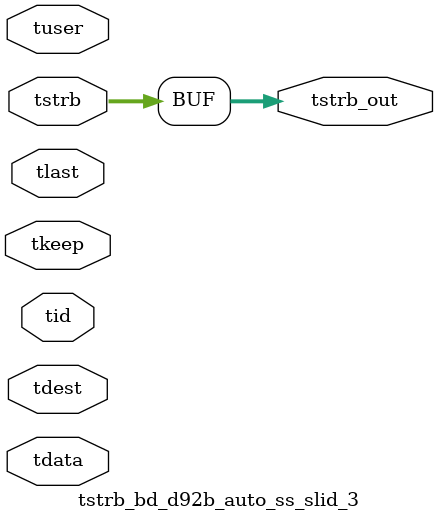
<source format=v>


`timescale 1ps/1ps

module tstrb_bd_d92b_auto_ss_slid_3 #
(
parameter C_S_AXIS_TDATA_WIDTH = 32,
parameter C_S_AXIS_TUSER_WIDTH = 0,
parameter C_S_AXIS_TID_WIDTH   = 0,
parameter C_S_AXIS_TDEST_WIDTH = 0,
parameter C_M_AXIS_TDATA_WIDTH = 32
)
(
input  [(C_S_AXIS_TDATA_WIDTH == 0 ? 1 : C_S_AXIS_TDATA_WIDTH)-1:0     ] tdata,
input  [(C_S_AXIS_TUSER_WIDTH == 0 ? 1 : C_S_AXIS_TUSER_WIDTH)-1:0     ] tuser,
input  [(C_S_AXIS_TID_WIDTH   == 0 ? 1 : C_S_AXIS_TID_WIDTH)-1:0       ] tid,
input  [(C_S_AXIS_TDEST_WIDTH == 0 ? 1 : C_S_AXIS_TDEST_WIDTH)-1:0     ] tdest,
input  [(C_S_AXIS_TDATA_WIDTH/8)-1:0 ] tkeep,
input  [(C_S_AXIS_TDATA_WIDTH/8)-1:0 ] tstrb,
input                                                                    tlast,
output [(C_M_AXIS_TDATA_WIDTH/8)-1:0 ] tstrb_out
);

assign tstrb_out = {tstrb[7:0]};

endmodule


</source>
